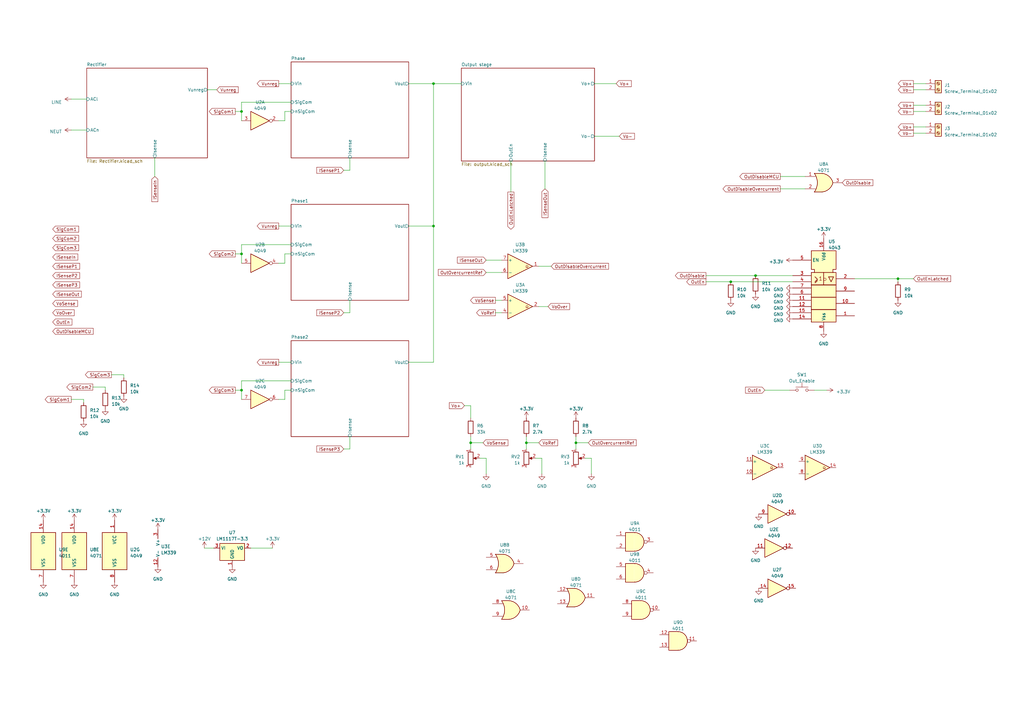
<source format=kicad_sch>
(kicad_sch (version 20230121) (generator eeschema)
  (paper "A3")
  (lib_symbols
    (symbol "4xxx:4011" (pin_names (offset 1.016))
      (property "Reference" "U" (at 0 1.27 0))
      (property "Value" "4011" (at 0 -1.27 0))
      (symbol "4011_1_1"
        (arc (start 0 -3.81) (mid 3.7934 0) (end 0 3.81) (stroke (width 0.254)) (fill (type background)))
        (polyline (pts (xy 0 3.81) (xy -3.81 3.81) (xy -3.81 -3.81) (xy 0 -3.81)) (stroke (width 0.254)) (fill (type background)))
        (pin input line (at -7.62 2.54 0) (length 3.81) (name "~") (number "1"))
        (pin input line (at -7.62 -2.54 0) (length 3.81) (name "~") (number "2"))
        (pin output inverted (at 7.62 0 180) (length 3.81) (name "~") (number "3"))
      )
      (symbol "4011_1_2"
        (arc (start -3.81 -3.81) (mid -2.589 0) (end -3.81 3.81) (stroke (width 0.254)))
        (arc (start -0.6096 -3.81) (mid 2.1842 -2.5851) (end 3.81 0) (stroke (width 0.254)) (fill (type background)))
        (polyline (pts (xy -3.81 -3.81) (xy -0.635 -3.81)) (stroke (width 0.254)) (fill (type background)))
        (polyline (pts (xy -3.81 3.81) (xy -0.635 3.81)) (stroke (width 0.254)) (fill (type background)))
        (polyline (pts (xy -0.635 3.81) (xy -3.81 3.81) (xy -3.81 3.81) (xy -3.556 3.4036) (xy -3.0226 2.2606) (xy -2.6924 1.0414) (xy -2.6162 -0.254) (xy -2.7686 -1.4986) (xy -3.175 -2.7178) (xy -3.81 -3.81) (xy -3.81 -3.81) (xy -0.635 -3.81)) (stroke (width -25.4)) (fill (type background)))
        (arc (start 3.81 0) (mid 2.1915 2.5936) (end -0.6096 3.81) (stroke (width 0.254)) (fill (type background)))
        (pin input inverted (at -7.62 2.54 0) (length 4.318) (name "~") (number "1"))
        (pin input inverted (at -7.62 -2.54 0) (length 4.318) (name "~") (number "2"))
        (pin output line (at 7.62 0 180) (length 3.81) (name "~") (number "3"))
      )
      (symbol "4011_2_1"
        (arc (start 0 -3.81) (mid 3.7934 0) (end 0 3.81) (stroke (width 0.254)) (fill (type background)))
        (polyline (pts (xy 0 3.81) (xy -3.81 3.81) (xy -3.81 -3.81) (xy 0 -3.81)) (stroke (width 0.254)) (fill (type background)))
        (pin output inverted (at 7.62 0 180) (length 3.81) (name "~") (number "4"))
        (pin input line (at -7.62 2.54 0) (length 3.81) (name "~") (number "5"))
        (pin input line (at -7.62 -2.54 0) (length 3.81) (name "~") (number "6"))
      )
      (symbol "4011_2_2"
        (arc (start -3.81 -3.81) (mid -2.589 0) (end -3.81 3.81) (stroke (width 0.254)))
        (arc (start -0.6096 -3.81) (mid 2.1842 -2.5851) (end 3.81 0) (stroke (width 0.254)) (fill (type background)))
        (polyline (pts (xy -3.81 -3.81) (xy -0.635 -3.81)) (stroke (width 0.254)) (fill (type background)))
        (polyline (pts (xy -3.81 3.81) (xy -0.635 3.81)) (stroke (width 0.254)) (fill (type background)))
        (polyline (pts (xy -0.635 3.81) (xy -3.81 3.81) (xy -3.81 3.81) (xy -3.556 3.4036) (xy -3.0226 2.2606) (xy -2.6924 1.0414) (xy -2.6162 -0.254) (xy -2.7686 -1.4986) (xy -3.175 -2.7178) (xy -3.81 -3.81) (xy -3.81 -3.81) (xy -0.635 -3.81)) (stroke (width -25.4)) (fill (type background)))
        (arc (start 3.81 0) (mid 2.1915 2.5936) (end -0.6096 3.81) (stroke (width 0.254)) (fill (type background)))
        (pin output line (at 7.62 0 180) (length 3.81) (name "~") (number "4"))
        (pin input inverted (at -7.62 2.54 0) (length 4.318) (name "~") (number "5"))
        (pin input inverted (at -7.62 -2.54 0) (length 4.318) (name "~") (number "6"))
      )
      (symbol "4011_3_1"
        (arc (start 0 -3.81) (mid 3.7934 0) (end 0 3.81) (stroke (width 0.254)) (fill (type background)))
        (polyline (pts (xy 0 3.81) (xy -3.81 3.81) (xy -3.81 -3.81) (xy 0 -3.81)) (stroke (width 0.254)) (fill (type background)))
        (pin output inverted (at 7.62 0 180) (length 3.81) (name "~") (number "10"))
        (pin input line (at -7.62 2.54 0) (length 3.81) (name "~") (number "8"))
        (pin input line (at -7.62 -2.54 0) (length 3.81) (name "~") (number "9"))
      )
      (symbol "4011_3_2"
        (arc (start -3.81 -3.81) (mid -2.589 0) (end -3.81 3.81) (stroke (width 0.254)))
        (arc (start -0.6096 -3.81) (mid 2.1842 -2.5851) (end 3.81 0) (stroke (width 0.254)) (fill (type background)))
        (polyline (pts (xy -3.81 -3.81) (xy -0.635 -3.81)) (stroke (width 0.254)) (fill (type background)))
        (polyline (pts (xy -3.81 3.81) (xy -0.635 3.81)) (stroke (width 0.254)) (fill (type background)))
        (polyline (pts (xy -0.635 3.81) (xy -3.81 3.81) (xy -3.81 3.81) (xy -3.556 3.4036) (xy -3.0226 2.2606) (xy -2.6924 1.0414) (xy -2.6162 -0.254) (xy -2.7686 -1.4986) (xy -3.175 -2.7178) (xy -3.81 -3.81) (xy -3.81 -3.81) (xy -0.635 -3.81)) (stroke (width -25.4)) (fill (type background)))
        (arc (start 3.81 0) (mid 2.1915 2.5936) (end -0.6096 3.81) (stroke (width 0.254)) (fill (type background)))
        (pin output line (at 7.62 0 180) (length 3.81) (name "~") (number "10"))
        (pin input inverted (at -7.62 2.54 0) (length 4.318) (name "~") (number "8"))
        (pin input inverted (at -7.62 -2.54 0) (length 4.318) (name "~") (number "9"))
      )
      (symbol "4011_4_1"
        (arc (start 0 -3.81) (mid 3.7934 0) (end 0 3.81) (stroke (width 0.254)) (fill (type background)))
        (polyline (pts (xy 0 3.81) (xy -3.81 3.81) (xy -3.81 -3.81) (xy 0 -3.81)) (stroke (width 0.254)) (fill (type background)))
        (pin output inverted (at 7.62 0 180) (length 3.81) (name "~") (number "11"))
        (pin input line (at -7.62 2.54 0) (length 3.81) (name "~") (number "12"))
        (pin input line (at -7.62 -2.54 0) (length 3.81) (name "~") (number "13"))
      )
      (symbol "4011_4_2"
        (arc (start -3.81 -3.81) (mid -2.589 0) (end -3.81 3.81) (stroke (width 0.254)))
        (arc (start -0.6096 -3.81) (mid 2.1842 -2.5851) (end 3.81 0) (stroke (width 0.254)) (fill (type background)))
        (polyline (pts (xy -3.81 -3.81) (xy -0.635 -3.81)) (stroke (width 0.254)) (fill (type background)))
        (polyline (pts (xy -3.81 3.81) (xy -0.635 3.81)) (stroke (width 0.254)) (fill (type background)))
        (polyline (pts (xy -0.635 3.81) (xy -3.81 3.81) (xy -3.81 3.81) (xy -3.556 3.4036) (xy -3.0226 2.2606) (xy -2.6924 1.0414) (xy -2.6162 -0.254) (xy -2.7686 -1.4986) (xy -3.175 -2.7178) (xy -3.81 -3.81) (xy -3.81 -3.81) (xy -0.635 -3.81)) (stroke (width -25.4)) (fill (type background)))
        (arc (start 3.81 0) (mid 2.1915 2.5936) (end -0.6096 3.81) (stroke (width 0.254)) (fill (type background)))
        (pin output line (at 7.62 0 180) (length 3.81) (name "~") (number "11"))
        (pin input inverted (at -7.62 2.54 0) (length 4.318) (name "~") (number "12"))
        (pin input inverted (at -7.62 -2.54 0) (length 4.318) (name "~") (number "13"))
      )
      (symbol "4011_5_0"
        (pin power_in line (at 0 12.7 270) (length 5.08) (name "VDD") (number "14"))
        (pin power_in line (at 0 -12.7 90) (length 5.08) (name "VSS") (number "7"))
      )
      (symbol "4011_5_1"
        (rectangle (start -5.08 7.62) (end 5.08 -7.62) (stroke (width 0.254)) (fill (type background)))
      )
    )
    (symbol "4xxx:4049" (pin_names (offset 1.016))
      (property "Reference" "U" (at 0 1.27 0))
      (property "Value" "4049" (at 0 -1.27 0))
      (symbol "4049_1_0"
        (polyline (pts (xy -3.81 3.81) (xy -3.81 -3.81) (xy 3.81 0) (xy -3.81 3.81)) (stroke (width 0.254)) (fill (type background)))
        (pin output inverted (at 7.62 0 180) (length 3.81) (name "~") (number "2"))
        (pin input line (at -7.62 0 0) (length 3.81) (name "~") (number "3"))
      )
      (symbol "4049_2_0"
        (polyline (pts (xy -3.81 3.81) (xy -3.81 -3.81) (xy 3.81 0) (xy -3.81 3.81)) (stroke (width 0.254)) (fill (type background)))
        (pin output inverted (at 7.62 0 180) (length 3.81) (name "~") (number "4"))
        (pin input line (at -7.62 0 0) (length 3.81) (name "~") (number "5"))
      )
      (symbol "4049_3_0"
        (polyline (pts (xy -3.81 3.81) (xy -3.81 -3.81) (xy 3.81 0) (xy -3.81 3.81)) (stroke (width 0.254)) (fill (type background)))
        (pin output inverted (at 7.62 0 180) (length 3.81) (name "~") (number "6"))
        (pin input line (at -7.62 0 0) (length 3.81) (name "~") (number "7"))
      )
      (symbol "4049_4_0"
        (polyline (pts (xy -3.81 3.81) (xy -3.81 -3.81) (xy 3.81 0) (xy -3.81 3.81)) (stroke (width 0.254)) (fill (type background)))
        (pin output inverted (at 7.62 0 180) (length 3.81) (name "~") (number "10"))
        (pin input line (at -7.62 0 0) (length 3.81) (name "~") (number "9"))
      )
      (symbol "4049_5_0"
        (polyline (pts (xy -3.81 3.81) (xy -3.81 -3.81) (xy 3.81 0) (xy -3.81 3.81)) (stroke (width 0.254)) (fill (type background)))
        (pin input line (at -7.62 0 0) (length 3.81) (name "~") (number "11"))
        (pin output inverted (at 7.62 0 180) (length 3.81) (name "~") (number "12"))
      )
      (symbol "4049_6_0"
        (polyline (pts (xy -3.81 3.81) (xy -3.81 -3.81) (xy 3.81 0) (xy -3.81 3.81)) (stroke (width 0.254)) (fill (type background)))
        (pin input line (at -7.62 0 0) (length 3.81) (name "~") (number "14"))
        (pin output inverted (at 7.62 0 180) (length 3.81) (name "~") (number "15"))
      )
      (symbol "4049_7_0"
        (pin power_in line (at 0 12.7 270) (length 5.08) (name "VCC") (number "1"))
        (pin power_in line (at 0 -12.7 90) (length 5.08) (name "VSS") (number "8"))
      )
      (symbol "4049_7_1"
        (rectangle (start -5.08 7.62) (end 5.08 -7.62) (stroke (width 0.254)) (fill (type background)))
      )
    )
    (symbol "4xxx:4071" (pin_names (offset 1.016))
      (property "Reference" "U" (at 0 1.27 0))
      (property "Value" "4071" (at 0 -1.27 0))
      (symbol "4071_1_1"
        (arc (start -3.81 -3.81) (mid -2.589 0) (end -3.81 3.81) (stroke (width 0.254)))
        (arc (start -0.6096 -3.81) (mid 2.1842 -2.5851) (end 3.81 0) (stroke (width 0.254)) (fill (type background)))
        (polyline (pts (xy -3.81 -3.81) (xy -0.635 -3.81)) (stroke (width 0.254)) (fill (type background)))
        (polyline (pts (xy -3.81 3.81) (xy -0.635 3.81)) (stroke (width 0.254)) (fill (type background)))
        (polyline (pts (xy -0.635 3.81) (xy -3.81 3.81) (xy -3.81 3.81) (xy -3.556 3.4036) (xy -3.0226 2.2606) (xy -2.6924 1.0414) (xy -2.6162 -0.254) (xy -2.7686 -1.4986) (xy -3.175 -2.7178) (xy -3.81 -3.81) (xy -3.81 -3.81) (xy -0.635 -3.81)) (stroke (width -25.4)) (fill (type background)))
        (arc (start 3.81 0) (mid 2.1915 2.5936) (end -0.6096 3.81) (stroke (width 0.254)) (fill (type background)))
        (pin input line (at -7.62 2.54 0) (length 4.318) (name "~") (number "1"))
        (pin input line (at -7.62 -2.54 0) (length 4.318) (name "~") (number "2"))
        (pin output line (at 7.62 0 180) (length 3.81) (name "~") (number "3"))
      )
      (symbol "4071_1_2"
        (arc (start 0 -3.81) (mid 3.7934 0) (end 0 3.81) (stroke (width 0.254)) (fill (type background)))
        (polyline (pts (xy 0 3.81) (xy -3.81 3.81) (xy -3.81 -3.81) (xy 0 -3.81)) (stroke (width 0.254)) (fill (type background)))
        (pin input inverted (at -7.62 2.54 0) (length 3.81) (name "~") (number "1"))
        (pin input inverted (at -7.62 -2.54 0) (length 3.81) (name "~") (number "2"))
        (pin output inverted (at 7.62 0 180) (length 3.81) (name "~") (number "3"))
      )
      (symbol "4071_2_1"
        (arc (start -3.81 -3.81) (mid -2.589 0) (end -3.81 3.81) (stroke (width 0.254)))
        (arc (start -0.6096 -3.81) (mid 2.1842 -2.5851) (end 3.81 0) (stroke (width 0.254)) (fill (type background)))
        (polyline (pts (xy -3.81 -3.81) (xy -0.635 -3.81)) (stroke (width 0.254)) (fill (type background)))
        (polyline (pts (xy -3.81 3.81) (xy -0.635 3.81)) (stroke (width 0.254)) (fill (type background)))
        (polyline (pts (xy -0.635 3.81) (xy -3.81 3.81) (xy -3.81 3.81) (xy -3.556 3.4036) (xy -3.0226 2.2606) (xy -2.6924 1.0414) (xy -2.6162 -0.254) (xy -2.7686 -1.4986) (xy -3.175 -2.7178) (xy -3.81 -3.81) (xy -3.81 -3.81) (xy -0.635 -3.81)) (stroke (width -25.4)) (fill (type background)))
        (arc (start 3.81 0) (mid 2.1915 2.5936) (end -0.6096 3.81) (stroke (width 0.254)) (fill (type background)))
        (pin output line (at 7.62 0 180) (length 3.81) (name "~") (number "4"))
        (pin input line (at -7.62 2.54 0) (length 4.318) (name "~") (number "5"))
        (pin input line (at -7.62 -2.54 0) (length 4.318) (name "~") (number "6"))
      )
      (symbol "4071_2_2"
        (arc (start 0 -3.81) (mid 3.7934 0) (end 0 3.81) (stroke (width 0.254)) (fill (type background)))
        (polyline (pts (xy 0 3.81) (xy -3.81 3.81) (xy -3.81 -3.81) (xy 0 -3.81)) (stroke (width 0.254)) (fill (type background)))
        (pin output inverted (at 7.62 0 180) (length 3.81) (name "~") (number "4"))
        (pin input inverted (at -7.62 2.54 0) (length 3.81) (name "~") (number "5"))
        (pin input inverted (at -7.62 -2.54 0) (length 3.81) (name "~") (number "6"))
      )
      (symbol "4071_3_1"
        (arc (start -3.81 -3.81) (mid -2.589 0) (end -3.81 3.81) (stroke (width 0.254)))
        (arc (start -0.6096 -3.81) (mid 2.1842 -2.5851) (end 3.81 0) (stroke (width 0.254)) (fill (type background)))
        (polyline (pts (xy -3.81 -3.81) (xy -0.635 -3.81)) (stroke (width 0.254)) (fill (type background)))
        (polyline (pts (xy -3.81 3.81) (xy -0.635 3.81)) (stroke (width 0.254)) (fill (type background)))
        (polyline (pts (xy -0.635 3.81) (xy -3.81 3.81) (xy -3.81 3.81) (xy -3.556 3.4036) (xy -3.0226 2.2606) (xy -2.6924 1.0414) (xy -2.6162 -0.254) (xy -2.7686 -1.4986) (xy -3.175 -2.7178) (xy -3.81 -3.81) (xy -3.81 -3.81) (xy -0.635 -3.81)) (stroke (width -25.4)) (fill (type background)))
        (arc (start 3.81 0) (mid 2.1915 2.5936) (end -0.6096 3.81) (stroke (width 0.254)) (fill (type background)))
        (pin output line (at 7.62 0 180) (length 3.81) (name "~") (number "10"))
        (pin input line (at -7.62 2.54 0) (length 4.318) (name "~") (number "8"))
        (pin input line (at -7.62 -2.54 0) (length 4.318) (name "~") (number "9"))
      )
      (symbol "4071_3_2"
        (arc (start 0 -3.81) (mid 3.7934 0) (end 0 3.81) (stroke (width 0.254)) (fill (type background)))
        (polyline (pts (xy 0 3.81) (xy -3.81 3.81) (xy -3.81 -3.81) (xy 0 -3.81)) (stroke (width 0.254)) (fill (type background)))
        (pin output inverted (at 7.62 0 180) (length 3.81) (name "~") (number "10"))
        (pin input inverted (at -7.62 2.54 0) (length 3.81) (name "~") (number "8"))
        (pin input inverted (at -7.62 -2.54 0) (length 3.81) (name "~") (number "9"))
      )
      (symbol "4071_4_1"
        (arc (start -3.81 -3.81) (mid -2.589 0) (end -3.81 3.81) (stroke (width 0.254)))
        (arc (start -0.6096 -3.81) (mid 2.1842 -2.5851) (end 3.81 0) (stroke (width 0.254)) (fill (type background)))
        (polyline (pts (xy -3.81 -3.81) (xy -0.635 -3.81)) (stroke (width 0.254)) (fill (type background)))
        (polyline (pts (xy -3.81 3.81) (xy -0.635 3.81)) (stroke (width 0.254)) (fill (type background)))
        (polyline (pts (xy -0.635 3.81) (xy -3.81 3.81) (xy -3.81 3.81) (xy -3.556 3.4036) (xy -3.0226 2.2606) (xy -2.6924 1.0414) (xy -2.6162 -0.254) (xy -2.7686 -1.4986) (xy -3.175 -2.7178) (xy -3.81 -3.81) (xy -3.81 -3.81) (xy -0.635 -3.81)) (stroke (width -25.4)) (fill (type background)))
        (arc (start 3.81 0) (mid 2.1915 2.5936) (end -0.6096 3.81) (stroke (width 0.254)) (fill (type background)))
        (pin output line (at 7.62 0 180) (length 3.81) (name "~") (number "11"))
        (pin input line (at -7.62 2.54 0) (length 4.318) (name "~") (number "12"))
        (pin input line (at -7.62 -2.54 0) (length 4.318) (name "~") (number "13"))
      )
      (symbol "4071_4_2"
        (arc (start 0 -3.81) (mid 3.7934 0) (end 0 3.81) (stroke (width 0.254)) (fill (type background)))
        (polyline (pts (xy 0 3.81) (xy -3.81 3.81) (xy -3.81 -3.81) (xy 0 -3.81)) (stroke (width 0.254)) (fill (type background)))
        (pin output inverted (at 7.62 0 180) (length 3.81) (name "~") (number "11"))
        (pin input inverted (at -7.62 2.54 0) (length 3.81) (name "~") (number "12"))
        (pin input inverted (at -7.62 -2.54 0) (length 3.81) (name "~") (number "13"))
      )
      (symbol "4071_5_0"
        (pin power_in line (at 0 12.7 270) (length 5.08) (name "VDD") (number "14"))
        (pin power_in line (at 0 -12.7 90) (length 5.08) (name "VSS") (number "7"))
      )
      (symbol "4071_5_1"
        (rectangle (start -5.08 7.62) (end 5.08 -7.62) (stroke (width 0.254)) (fill (type background)))
      )
    )
    (symbol "4xxx_IEEE:4043"
      (property "Reference" "U" (at 6.35 12.7 0))
      (property "Value" "4043" (at 7.62 -20.32 0))
      (symbol "4043_0_0"
        (rectangle (start -5.08 -13.97) (end 5.08 -19.05) (stroke (width 0.254)) (fill (type background)))
        (rectangle (start -5.08 -8.89) (end 5.08 -13.97) (stroke (width 0.254)) (fill (type background)))
        (rectangle (start -5.08 -3.81) (end 5.08 -8.89) (stroke (width 0.254)) (fill (type background)))
        (rectangle (start -5.08 1.27) (end 5.08 -3.81) (stroke (width 0.254)) (fill (type background)))
        (polyline (pts (xy -3.556 -3.048) (xy -2.54 -2.032) (xy -2.54 -2.032)) (stroke (width 0.254)) (fill (type background)))
        (polyline (pts (xy 0 1.27) (xy 0 -3.81) (xy 0 -3.81)) (stroke (width 0.254)) (fill (type background)))
        (polyline (pts (xy -3.556 -0.508) (xy -2.54 -1.524) (xy -3.556 -2.54) (xy -3.556 -2.54)) (stroke (width 0.254)) (fill (type background)))
        (polyline (pts (xy 2.032 -0.508) (xy 3.048 -2.54) (xy 4.064 -0.508) (xy 2.032 -0.508) (xy 2.032 -0.508)) (stroke (width 0.254)) (fill (type background)))
        (polyline (pts (xy -3.81 1.27) (xy -3.81 2.54) (xy -5.08 2.54) (xy -5.08 10.16) (xy 5.08 10.16) (xy 5.08 2.54) (xy 3.81 2.54) (xy 3.81 1.27) (xy 3.81 1.27)) (stroke (width 0.254)) (fill (type background)))
        (circle (center 0.508 -1.524) (radius 0.508))
        (text "1" (at -1.27 -1.27 0) (effects (font (size 1.524 1.524))))
      )
      (symbol "4043_1_0"
        (pin output line (at 12.7 -16.51 180) (length 7.62) (name "~") (number "1"))
        (pin output line (at 12.7 -11.43 180) (length 7.62) (name "~") (number "10"))
        (pin input line (at -12.7 -10.16 0) (length 7.62) (name "~") (number "11"))
        (pin input line (at -12.7 -12.7 0) (length 7.62) (name "~") (number "12"))
        (pin input line (at -12.7 -17.78 0) (length 7.62) (name "~") (number "14"))
        (pin input line (at -12.7 -15.24 0) (length 7.62) (name "~") (number "15"))
        (pin power_in line (at 0 15.24 270) (length 5.08) (name "Vdd") (number "16"))
        (pin output line (at 12.7 -1.27 180) (length 7.62) (name "~") (number "2"))
        (pin input line (at -12.7 0 0) (length 7.62) (name "~") (number "3"))
        (pin input line (at -12.7 -2.54 0) (length 7.62) (name "~") (number "4"))
        (pin input line (at -12.7 6.35 0) (length 7.62) (name "EN") (number "5"))
        (pin input line (at -12.7 -7.62 0) (length 7.62) (name "~") (number "6"))
        (pin input line (at -12.7 -5.08 0) (length 7.62) (name "~") (number "7"))
        (pin power_in line (at 0 -22.86 90) (length 3.81) (name "Vss") (number "8"))
        (pin output line (at 12.7 -6.35 180) (length 7.62) (name "~") (number "9"))
      )
    )
    (symbol "Comparator:LM339" (pin_names (offset 0.127))
      (property "Reference" "U" (at 0 5.08 0))
      (property "Value" "LM339" (at 0 -5.08 0))
      (symbol "LM339_1_1"
        (polyline (pts (xy -5.08 5.08) (xy 5.08 0) (xy -5.08 -5.08) (xy -5.08 5.08)) (stroke (width 0.254)) (fill (type background)))
        (polyline (pts (xy 3.302 -0.508) (xy 2.794 -0.508) (xy 3.302 0) (xy 2.794 0.508) (xy 2.286 0) (xy 2.794 -0.508) (xy 2.286 -0.508)) (stroke (width 0.127)))
        (pin open_collector line (at 7.62 0 180) (length 2.54) (name "~") (number "2"))
        (pin input line (at -7.62 -2.54 0) (length 2.54) (name "-") (number "4"))
        (pin input line (at -7.62 2.54 0) (length 2.54) (name "+") (number "5"))
      )
      (symbol "LM339_2_1"
        (polyline (pts (xy -5.08 5.08) (xy 5.08 0) (xy -5.08 -5.08) (xy -5.08 5.08)) (stroke (width 0.254)) (fill (type background)))
        (polyline (pts (xy 3.302 -0.508) (xy 2.794 -0.508) (xy 3.302 0) (xy 2.794 0.508) (xy 2.286 0) (xy 2.794 -0.508) (xy 2.286 -0.508)) (stroke (width 0.127)))
        (pin open_collector line (at 7.62 0 180) (length 2.54) (name "~") (number "1"))
        (pin input line (at -7.62 -2.54 0) (length 2.54) (name "-") (number "6"))
        (pin input line (at -7.62 2.54 0) (length 2.54) (name "+") (number "7"))
      )
      (symbol "LM339_3_1"
        (polyline (pts (xy -5.08 5.08) (xy 5.08 0) (xy -5.08 -5.08) (xy -5.08 5.08)) (stroke (width 0.254)) (fill (type background)))
        (polyline (pts (xy 3.302 -0.508) (xy 2.794 -0.508) (xy 3.302 0) (xy 2.794 0.508) (xy 2.286 0) (xy 2.794 -0.508) (xy 2.286 -0.508)) (stroke (width 0.127)))
        (pin input line (at -7.62 -2.54 0) (length 2.54) (name "-") (number "10"))
        (pin input line (at -7.62 2.54 0) (length 2.54) (name "+") (number "11"))
        (pin open_collector line (at 7.62 0 180) (length 2.54) (name "~") (number "13"))
      )
      (symbol "LM339_4_1"
        (polyline (pts (xy -5.08 5.08) (xy 5.08 0) (xy -5.08 -5.08) (xy -5.08 5.08)) (stroke (width 0.254)) (fill (type background)))
        (polyline (pts (xy 3.302 -0.508) (xy 2.794 -0.508) (xy 3.302 0) (xy 2.794 0.508) (xy 2.286 0) (xy 2.794 -0.508) (xy 2.286 -0.508)) (stroke (width 0.127)))
        (pin open_collector line (at 7.62 0 180) (length 2.54) (name "~") (number "14"))
        (pin input line (at -7.62 -2.54 0) (length 2.54) (name "-") (number "8"))
        (pin input line (at -7.62 2.54 0) (length 2.54) (name "+") (number "9"))
      )
      (symbol "LM339_5_1"
        (pin power_in line (at -2.54 -7.62 90) (length 3.81) (name "V-") (number "12"))
        (pin power_in line (at -2.54 7.62 270) (length 3.81) (name "V+") (number "3"))
      )
    )
    (symbol "Connector:Screw_Terminal_01x02" (pin_names (offset 1.016) hide)
      (property "Reference" "J" (at 0 2.54 0))
      (property "Value" "Screw_Terminal_01x02" (at 0 -5.08 0))
      (symbol "Screw_Terminal_01x02_1_1"
        (rectangle (start -1.27 1.27) (end 1.27 -3.81) (stroke (width 0.254)) (fill (type background)))
        (circle (center 0 -2.54) (radius 0.635) (stroke (width 0.1524)))
        (polyline (pts (xy -0.5334 -2.2098) (xy 0.3302 -3.048)) (stroke (width 0.1524)))
        (polyline (pts (xy -0.5334 0.3302) (xy 0.3302 -0.508)) (stroke (width 0.1524)))
        (polyline (pts (xy -0.3556 -2.032) (xy 0.508 -2.8702)) (stroke (width 0.1524)))
        (polyline (pts (xy -0.3556 0.508) (xy 0.508 -0.3302)) (stroke (width 0.1524)))
        (circle (center 0 0) (radius 0.635) (stroke (width 0.1524)))
        (pin passive line (at -5.08 0 0) (length 3.81) (name "Pin_1") (number "1"))
        (pin passive line (at -5.08 -2.54 0) (length 3.81) (name "Pin_2") (number "2"))
      )
    )
    (symbol "Device:R" (pin_numbers hide) (pin_names (offset 0))
      (property "Reference" "R" (at 2.032 0 90))
      (property "Value" "R" (at 0 0 90))
      (symbol "R_0_1"
        (rectangle (start -1.016 -2.54) (end 1.016 2.54) (stroke (width 0.254)))
      )
      (symbol "R_1_1"
        (pin passive line (at 0 3.81 270) (length 1.27) (name "~") (number "1"))
        (pin passive line (at 0 -3.81 90) (length 1.27) (name "~") (number "2"))
      )
    )
    (symbol "Device:R_Potentiometer" (pin_names (offset 1.016) hide)
      (property "Reference" "RV" (at -4.445 0 90))
      (property "Value" "R_Potentiometer" (at -2.54 0 90))
      (symbol "R_Potentiometer_0_1"
        (polyline (pts (xy 2.54 0) (xy 1.524 0)))
        (polyline (pts (xy 1.143 0) (xy 2.286 0.508) (xy 2.286 -0.508) (xy 1.143 0)) (fill (type outline)))
        (rectangle (start 1.016 2.54) (end -1.016 -2.54) (stroke (width 0.254)))
      )
      (symbol "R_Potentiometer_1_1"
        (pin passive line (at 0 3.81 270) (length 1.27) (name "1") (number "1"))
        (pin passive line (at 3.81 0 180) (length 1.27) (name "2") (number "2"))
        (pin passive line (at 0 -3.81 90) (length 1.27) (name "3") (number "3"))
      )
    )
    (symbol "Regulator_Linear:LM1117T-3.3"
      (property "Reference" "U" (at -3.81 3.175 0))
      (property "Value" "LM1117T-3.3" (at 0 3.175 0))
      (symbol "LM1117T-3.3_0_1"
        (rectangle (start -5.08 -5.08) (end 5.08 1.905) (stroke (width 0.254)) (fill (type background)))
      )
      (symbol "LM1117T-3.3_1_1"
        (pin power_in line (at 0 -7.62 90) (length 2.54) (name "GND") (number "1"))
        (pin power_out line (at 7.62 0 180) (length 2.54) (name "VO") (number "2"))
        (pin power_in line (at -7.62 0 0) (length 2.54) (name "VI") (number "3"))
      )
    )
    (symbol "Switch:SW_Push" (pin_numbers hide) (pin_names (offset 1.016) hide)
      (property "Reference" "SW" (at 1.27 2.54 0))
      (property "Value" "SW_Push" (at 0 -1.524 0))
      (symbol "SW_Push_0_1"
        (circle (center -2.032 0) (radius 0.508))
        (polyline (pts (xy 0 1.27) (xy 0 3.048)))
        (polyline (pts (xy 2.54 1.27) (xy -2.54 1.27)))
        (circle (center 2.032 0) (radius 0.508))
        (pin passive line (at -5.08 0 0) (length 2.54) (name "1") (number "1"))
        (pin passive line (at 5.08 0 180) (length 2.54) (name "2") (number "2"))
      )
    )
    (symbol "power:+12V" (power) (pin_names (offset 0))
      (property "Value" "+12V" (at 0 3.556 0))
      (symbol "+12V_0_1"
        (polyline (pts (xy -0.762 1.27) (xy 0 2.54)))
        (polyline (pts (xy 0 0) (xy 0 2.54)))
        (polyline (pts (xy 0 2.54) (xy 0.762 1.27)))
      )
      (symbol "+12V_1_1"
        (pin power_in line (at 0 0 90) (length 0) hide (name "+12V") (number "1"))
      )
    )
    (symbol "power:+3.3V" (power) (pin_names (offset 0))
      (property "Value" "+3.3V" (at 0 3.556 0))
      (symbol "+3.3V_0_1"
        (polyline (pts (xy -0.762 1.27) (xy 0 2.54)))
        (polyline (pts (xy 0 0) (xy 0 2.54)))
        (polyline (pts (xy 0 2.54) (xy 0.762 1.27)))
      )
      (symbol "+3.3V_1_1"
        (pin power_in line (at 0 0 90) (length 0) hide (name "+3.3V") (number "1"))
      )
    )
    (symbol "power:GND" (power) (pin_names (offset 0))
      (property "Value" "GND" (at 0 -3.81 0))
      (symbol "GND_0_1"
        (polyline (pts (xy 0 0) (xy 0 -1.27) (xy 1.27 -1.27) (xy 0 -2.54) (xy -1.27 -1.27) (xy 0 -1.27)))
      )
      (symbol "GND_1_1"
        (pin power_in line (at 0 0 270) (length 0) hide (name "GND") (number "1"))
      )
    )
    (symbol "power:LINE" (power) (pin_names (offset 0))
      (property "Value" "LINE" (at 0 3.81 0))
      (symbol "LINE_0_1"
        (polyline (pts (xy -0.762 1.27) (xy 0 2.54)))
        (polyline (pts (xy 0 0) (xy 0 2.54)))
        (polyline (pts (xy 0 2.54) (xy 0.762 1.27)))
      )
      (symbol "LINE_1_1"
        (pin power_in line (at 0 0 90) (length 0) hide (name "LINE") (number "1"))
      )
    )
    (symbol "power:NEUT" (power) (pin_names (offset 0))
      (property "Value" "NEUT" (at 0 3.81 0))
      (symbol "NEUT_0_1"
        (polyline (pts (xy -0.762 1.27) (xy 0 2.54)))
        (polyline (pts (xy 0 0) (xy 0 2.54)))
        (polyline (pts (xy 0 2.54) (xy 0.762 1.27)))
      )
      (symbol "NEUT_1_1"
        (pin power_in line (at 0 0 90) (length 0) hide (name "NEUT") (number "1"))
      )
    )
  )
  (junction (at 99.06 104.14))
  (junction (at 99.06 45.72))
  (junction (at 99.06 160.02))
  (junction (at 368.3 114.3))
  (junction (at 236.22 181.61))
  (junction (at 177.8 92.71))
  (junction (at 309.88 113.03))
  (junction (at 299.72 115.57))
  (junction (at 177.8 34.29))
  (junction (at 215.9 181.61))
  (junction (at 193.04 181.61))
  (wire (pts (xy 289.56 115.57) (xy 299.72 115.57)))
  (wire (pts (xy 99.06 45.72) (xy 99.06 41.91)))
  (wire (pts (xy 190.5 166.37) (xy 193.04 166.37)))
  (wire (pts (xy 29.21 53.34) (xy 35.56 53.34)))
  (wire (pts (xy 374.65 54.61) (xy 379.73 54.61)))
  (wire (pts (xy 223.52 66.04) (xy 223.52 77.47)))
  (wire (pts (xy 243.84 55.88) (xy 254 55.88)))
  (wire (pts (xy 143.51 128.27) (xy 143.51 123.19)))
  (wire (pts (xy 140.97 128.27) (xy 143.51 128.27)))
  (wire (pts (xy 167.64 92.71) (xy 177.8 92.71)))
  (wire (pts (xy 193.04 179.07) (xy 193.04 181.61)))
  (wire (pts (xy 199.39 187.96) (xy 196.85 187.96)))
  (wire (pts (xy 320.04 77.47) (xy 330.2 77.47)))
  (wire (pts (xy 85.09 36.83) (xy 88.9 36.83)))
  (wire (pts (xy 167.64 148.59) (xy 177.8 148.59)))
  (wire (pts (xy 167.64 34.29) (xy 177.8 34.29)))
  (wire (pts (xy 339.09 160.02) (xy 334.01 160.02)))
  (wire (pts (xy 203.2 128.27) (xy 205.74 128.27)))
  (wire (pts (xy 199.39 106.68) (xy 205.74 106.68)))
  (wire (pts (xy 368.3 114.3) (xy 374.65 114.3)))
  (wire (pts (xy 193.04 181.61) (xy 198.12 181.61)))
  (wire (pts (xy 374.65 45.72) (xy 379.73 45.72)))
  (wire (pts (xy 320.04 72.39) (xy 330.2 72.39)))
  (wire (pts (xy 114.3 49.53) (xy 116.84 49.53)))
  (wire (pts (xy 177.8 34.29) (xy 189.23 34.29)))
  (wire (pts (xy 140.97 69.85) (xy 143.51 69.85)))
  (wire (pts (xy 243.84 34.29) (xy 252.73 34.29)))
  (wire (pts (xy 374.65 52.07) (xy 379.73 52.07)))
  (wire (pts (xy 193.04 181.61) (xy 193.04 184.15)))
  (wire (pts (xy 299.72 115.57) (xy 325.12 115.57)))
  (wire (pts (xy 114.3 107.95) (xy 116.84 107.95)))
  (wire (pts (xy 50.8 153.67) (xy 50.8 154.94)))
  (wire (pts (xy 199.39 111.76) (xy 205.74 111.76)))
  (wire (pts (xy 140.97 184.15) (xy 143.51 184.15)))
  (wire (pts (xy 43.18 158.75) (xy 43.18 160.02)))
  (wire (pts (xy 199.39 194.31) (xy 199.39 187.96)))
  (wire (pts (xy 99.06 163.83) (xy 99.06 160.02)))
  (wire (pts (xy 215.9 181.61) (xy 220.98 181.61)))
  (wire (pts (xy 99.06 160.02) (xy 99.06 156.21)))
  (wire (pts (xy 114.3 92.71) (xy 119.38 92.71)))
  (wire (pts (xy 99.06 107.95) (xy 99.06 104.14)))
  (wire (pts (xy 116.84 104.14) (xy 119.38 104.14)))
  (wire (pts (xy 116.84 107.95) (xy 116.84 104.14)))
  (wire (pts (xy 99.06 100.33) (xy 119.38 100.33)))
  (wire (pts (xy 220.98 109.22) (xy 226.06 109.22)))
  (wire (pts (xy 96.52 160.02) (xy 99.06 160.02)))
  (wire (pts (xy 242.57 194.31) (xy 242.57 187.96)))
  (wire (pts (xy 116.84 163.83) (xy 116.84 160.02)))
  (wire (pts (xy 236.22 179.07) (xy 236.22 181.61)))
  (wire (pts (xy 236.22 181.61) (xy 236.22 184.15)))
  (wire (pts (xy 236.22 181.61) (xy 241.3 181.61)))
  (wire (pts (xy 99.06 41.91) (xy 119.38 41.91)))
  (wire (pts (xy 83.82 224.79) (xy 87.63 224.79)))
  (wire (pts (xy 29.21 163.83) (xy 34.29 163.83)))
  (wire (pts (xy 116.84 45.72) (xy 119.38 45.72)))
  (wire (pts (xy 368.3 115.57) (xy 368.3 114.3)))
  (wire (pts (xy 309.88 113.03) (xy 325.12 113.03)))
  (wire (pts (xy 102.87 224.79) (xy 111.76 224.79)))
  (wire (pts (xy 114.3 163.83) (xy 116.84 163.83)))
  (wire (pts (xy 116.84 49.53) (xy 116.84 45.72)))
  (wire (pts (xy 143.51 184.15) (xy 143.51 179.07)))
  (wire (pts (xy 374.65 43.18) (xy 379.73 43.18)))
  (wire (pts (xy 114.3 148.59) (xy 119.38 148.59)))
  (wire (pts (xy 96.52 104.14) (xy 99.06 104.14)))
  (wire (pts (xy 177.8 92.71) (xy 177.8 34.29)))
  (wire (pts (xy 222.25 187.96) (xy 219.71 187.96)))
  (wire (pts (xy 99.06 156.21) (xy 119.38 156.21)))
  (wire (pts (xy 242.57 187.96) (xy 240.03 187.96)))
  (wire (pts (xy 222.25 194.31) (xy 222.25 187.96)))
  (wire (pts (xy 38.1 158.75) (xy 43.18 158.75)))
  (wire (pts (xy 34.29 163.83) (xy 34.29 165.1)))
  (wire (pts (xy 374.65 36.83) (xy 379.73 36.83)))
  (wire (pts (xy 203.2 123.19) (xy 205.74 123.19)))
  (wire (pts (xy 96.52 45.72) (xy 99.06 45.72)))
  (wire (pts (xy 143.51 69.85) (xy 143.51 64.77)))
  (wire (pts (xy 374.65 34.29) (xy 379.73 34.29)))
  (wire (pts (xy 350.52 114.3) (xy 368.3 114.3)))
  (wire (pts (xy 114.3 34.29) (xy 119.38 34.29)))
  (wire (pts (xy 193.04 166.37) (xy 193.04 171.45)))
  (wire (pts (xy 99.06 104.14) (xy 99.06 100.33)))
  (wire (pts (xy 289.56 113.03) (xy 309.88 113.03)))
  (wire (pts (xy 63.5 64.77) (xy 63.5 72.39)))
  (wire (pts (xy 215.9 179.07) (xy 215.9 181.61)))
  (wire (pts (xy 224.79 125.73) (xy 220.98 125.73)))
  (wire (pts (xy 177.8 148.59) (xy 177.8 92.71)))
  (wire (pts (xy 116.84 160.02) (xy 119.38 160.02)))
  (wire (pts (xy 209.55 66.04) (xy 209.55 78.74)))
  (wire (pts (xy 29.21 40.64) (xy 35.56 40.64)))
  (wire (pts (xy 99.06 49.53) (xy 99.06 45.72)))
  (wire (pts (xy 45.72 153.67) (xy 50.8 153.67)))
  (wire (pts (xy 215.9 181.61) (xy 215.9 184.15)))
  (wire (pts (xy 313.69 160.02) (xy 323.85 160.02)))
  (global_label "ISenseP3" (shape input) (at 140.97 184.15 180) (property "Intersheetrefs" "${INTERSHEET_REFS}" (effects hide)))
  (global_label "OutDisableOvercurrent" (shape output) (at 320.04 77.47 180) (property "Intersheetrefs" "${INTERSHEET_REFS}" (effects hide)))
  (global_label "VoOver" (shape input) (at 21.59 128.27 0) (property "Intersheetrefs" "${INTERSHEET_REFS}" (effects hide)))
  (global_label "SigCom2" (shape output) (at 96.52 104.14 180) (property "Intersheetrefs" "${INTERSHEET_REFS}" (effects hide)))
  (global_label "Vunreg" (shape output) (at 114.3 92.71 180) (property "Intersheetrefs" "${INTERSHEET_REFS}" (effects hide)))
  (global_label "OutEn" (shape output) (at 289.56 115.57 180) (property "Intersheetrefs" "${INTERSHEET_REFS}" (effects hide)))
  (global_label "OutDisable" (shape input) (at 345.44 74.93 0) (property "Intersheetrefs" "${INTERSHEET_REFS}" (effects hide)))
  (global_label "VoRef" (shape output) (at 203.2 128.27 180) (property "Intersheetrefs" "${INTERSHEET_REFS}" (effects hide)))
  (global_label "SigCom1" (shape output) (at 96.52 45.72 180) (property "Intersheetrefs" "${INTERSHEET_REFS}" (effects hide)))
  (global_label "VoSense" (shape input) (at 198.12 181.61 0) (property "Intersheetrefs" "${INTERSHEET_REFS}" (effects hide)))
  (global_label "OutOvercurrentRef" (shape input) (at 199.39 111.76 180) (property "Intersheetrefs" "${INTERSHEET_REFS}" (effects hide)))
  (global_label "OutDisableOvercurrent" (shape input) (at 226.06 109.22 0) (property "Intersheetrefs" "${INTERSHEET_REFS}" (effects hide)))
  (global_label "VoOver" (shape input) (at 224.79 125.73 0) (property "Intersheetrefs" "${INTERSHEET_REFS}" (effects hide)))
  (global_label "OutEnLatched" (shape input) (at 374.65 114.3 0) (property "Intersheetrefs" "${INTERSHEET_REFS}" (effects hide)))
  (global_label "ISenseP2" (shape input) (at 140.97 128.27 180) (property "Intersheetrefs" "${INTERSHEET_REFS}" (effects hide)))
  (global_label "Vo+" (shape output) (at 374.65 43.18 180) (property "Intersheetrefs" "${INTERSHEET_REFS}" (effects hide)))
  (global_label "Vunreg" (shape output) (at 114.3 34.29 180) (property "Intersheetrefs" "${INTERSHEET_REFS}" (effects hide)))
  (global_label "OutEn" (shape input) (at 21.59 132.08 0) (property "Intersheetrefs" "${INTERSHEET_REFS}" (effects hide)))
  (global_label "Vunreg" (shape output) (at 114.3 148.59 180) (property "Intersheetrefs" "${INTERSHEET_REFS}" (effects hide)))
  (global_label "SigCom1" (shape input) (at 21.59 93.98 0) (property "Intersheetrefs" "${INTERSHEET_REFS}" (effects hide)))
  (global_label "ISenseIn" (shape input) (at 21.59 105.41 0) (property "Intersheetrefs" "${INTERSHEET_REFS}" (effects hide)))
  (global_label "VoRef" (shape input) (at 220.98 181.61 0) (property "Intersheetrefs" "${INTERSHEET_REFS}" (effects hide)))
  (global_label "Vunreg" (shape input) (at 88.9 36.83 0) (property "Intersheetrefs" "${INTERSHEET_REFS}" (effects hide)))
  (global_label "ISenseOut" (shape input) (at 223.52 77.47 270) (property "Intersheetrefs" "${INTERSHEET_REFS}" (effects hide)))
  (global_label "SigCom2" (shape output) (at 38.1 158.75 180) (property "Intersheetrefs" "${INTERSHEET_REFS}" (effects hide)))
  (global_label "ISenseP2" (shape input) (at 21.59 113.03 0) (property "Intersheetrefs" "${INTERSHEET_REFS}" (effects hide)))
  (global_label "ISenseP1" (shape input) (at 140.97 69.85 180) (property "Intersheetrefs" "${INTERSHEET_REFS}" (effects hide)))
  (global_label "Vo-" (shape output) (at 374.65 45.72 180) (property "Intersheetrefs" "${INTERSHEET_REFS}" (effects hide)))
  (global_label "OutEnLatched" (shape output) (at 209.55 78.74 270) (property "Intersheetrefs" "${INTERSHEET_REFS}" (effects hide)))
  (global_label "OutDisable" (shape output) (at 289.56 113.03 180) (property "Intersheetrefs" "${INTERSHEET_REFS}" (effects hide)))
  (global_label "Vo-" (shape input) (at 254 55.88 0) (property "Intersheetrefs" "${INTERSHEET_REFS}" (effects hide)))
  (global_label "ISenseIn" (shape input) (at 63.5 72.39 270) (property "Intersheetrefs" "${INTERSHEET_REFS}" (effects hide)))
  (global_label "Vo+" (shape input) (at 252.73 34.29 0) (property "Intersheetrefs" "${INTERSHEET_REFS}" (effects hide)))
  (global_label "OutDisableMCU" (shape output) (at 320.04 72.39 180) (property "Intersheetrefs" "${INTERSHEET_REFS}" (effects hide)))
  (global_label "SigCom3" (shape input) (at 21.59 101.6 0) (property "Intersheetrefs" "${INTERSHEET_REFS}" (effects hide)))
  (global_label "Vo+" (shape input) (at 190.5 166.37 180) (property "Intersheetrefs" "${INTERSHEET_REFS}" (effects hide)))
  (global_label "VoSense" (shape input) (at 21.59 124.46 0) (property "Intersheetrefs" "${INTERSHEET_REFS}" (effects hide)))
  (global_label "Vo+" (shape output) (at 374.65 52.07 180) (property "Intersheetrefs" "${INTERSHEET_REFS}" (effects hide)))
  (global_label "ISenseOut" (shape input) (at 21.59 120.65 0) (property "Intersheetrefs" "${INTERSHEET_REFS}" (effects hide)))
  (global_label "SigCom2" (shape input) (at 21.59 97.79 0) (property "Intersheetrefs" "${INTERSHEET_REFS}" (effects hide)))
  (global_label "ISenseOut" (shape input) (at 199.39 106.68 180) (property "Intersheetrefs" "${INTERSHEET_REFS}" (effects hide)))
  (global_label "Vo+" (shape output) (at 374.65 34.29 180) (property "Intersheetrefs" "${INTERSHEET_REFS}" (effects hide)))
  (global_label "SigCom3" (shape output) (at 45.72 153.67 180) (property "Intersheetrefs" "${INTERSHEET_REFS}" (effects hide)))
  (global_label "Vo-" (shape output) (at 374.65 54.61 180) (property "Intersheetrefs" "${INTERSHEET_REFS}" (effects hide)))
  (global_label "SigCom3" (shape output) (at 96.52 160.02 180) (property "Intersheetrefs" "${INTERSHEET_REFS}" (effects hide)))
  (global_label "OutDisableMCU" (shape input) (at 21.59 135.89 0) (property "Intersheetrefs" "${INTERSHEET_REFS}" (effects hide)))
  (global_label "VoSense" (shape output) (at 203.2 123.19 180) (property "Intersheetrefs" "${INTERSHEET_REFS}" (effects hide)))
  (global_label "ISenseP1" (shape input) (at 21.59 109.22 0) (property "Intersheetrefs" "${INTERSHEET_REFS}" (effects hide)))
  (global_label "OutEn" (shape input) (at 313.69 160.02 180) (property "Intersheetrefs" "${INTERSHEET_REFS}" (effects hide)))
  (global_label "OutOvercurrentRef" (shape input) (at 241.3 181.61 0) (property "Intersheetrefs" "${INTERSHEET_REFS}" (effects hide)))
  (global_label "SigCom1" (shape output) (at 29.21 163.83 180) (property "Intersheetrefs" "${INTERSHEET_REFS}" (effects hide)))
  (global_label "Vo-" (shape output) (at 374.65 36.83 180) (property "Intersheetrefs" "${INTERSHEET_REFS}" (effects hide)))
  (global_label "ISenseP3" (shape input) (at 21.59 116.84 0) (property "Intersheetrefs" "${INTERSHEET_REFS}" (effects hide)))
  (symbol (lib_id "power:GND") (at 325.12 128.27 270) (unit 1)
    (property "Reference" "#PWR041" (effects hide))
    (property "Value" "GND" (at 321.31 128.905 90) (effects (justify right)))
  )
  (symbol (lib_id "power:GND") (at 337.82 135.89 0) (unit 1)
    (property "Reference" "#PWR034" (effects hide))
    (property "Value" "GND" (at 337.82 140.97 0))
  )
  (symbol (lib_id "Regulator_Linear:LM1117T-3.3") (at 95.25 224.79 0) (unit 1)
    (property "Reference" "U7" (at 95.25 218.44 0))
    (property "Value" "LM1117T-3.3" (at 95.25 220.98 0))
    (property "Footprint" "Package_TO_SOT_THT:TO-220-3_Horizontal_TabDown" (effects hide))
    (property "Datasheet" "http://www.ti.com/lit/ds/symlink/lm1117.pdf" (effects hide))
  )
  (symbol (lib_id "power:GND") (at 325.12 130.81 270) (unit 1)
    (property "Reference" "#PWR042" (effects hide))
    (property "Value" "GND" (at 321.31 131.445 90) (effects (justify right)))
  )
  (symbol (lib_id "4xxx:4071") (at 337.82 74.93 0) (unit 1)
    (property "Reference" "U8" (at 337.82 67.31 0))
    (property "Value" "4071" (at 337.82 69.85 0))
    (property "Datasheet" "http://www.intersil.com/content/dam/Intersil/documents/cd40/cd4071bms-72bms-75bms.pdf" (effects hide))
  )
  (symbol (lib_id "Device:R_Potentiometer") (at 236.22 187.96 0) (unit 1)
    (property "Reference" "RV3" (at 233.68 187.325 0) (effects (justify right)))
    (property "Value" "1k" (at 233.68 189.865 0) (effects (justify right)))
  )
  (symbol (lib_id "4xxx:4011") (at 278.13 262.89 0) (unit 4)
    (property "Reference" "U9" (at 278.1217 255.27 0))
    (property "Value" "4011" (at 278.1217 257.81 0))
    (property "Datasheet" "http://www.intersil.com/content/dam/Intersil/documents/cd40/cd4011bms-12bms-23bms.pdf" (effects hide))
  )
  (symbol (lib_id "power:GND") (at 309.88 224.79 0) (unit 1)
    (property "Reference" "#PWR024" (effects hide))
    (property "Value" "GND" (at 309.88 229.87 0))
  )
  (symbol (lib_id "Connector:Screw_Terminal_01x02") (at 384.81 52.07 0) (unit 1)
    (property "Reference" "J3" (at 387.35 52.705 0) (effects (justify left)))
    (property "Value" "Screw_Terminal_01x02" (at 387.35 55.245 0) (effects (justify left)))
  )
  (symbol (lib_id "power:+3.3V") (at 17.78 213.36 0) (unit 1)
    (property "Reference" "#PWR053" (effects hide))
    (property "Value" "+3.3V" (at 17.78 209.55 0))
  )
  (symbol (lib_id "Switch:SW_Push") (at 328.93 160.02 0) (unit 1)
    (property "Reference" "SW1" (at 328.93 153.67 0))
    (property "Value" "Out_Enable" (at 328.93 156.21 0))
  )
  (symbol (lib_id "4xxx:4049") (at 106.68 163.83 0) (unit 3)
    (property "Reference" "U2" (at 106.68 156.21 0))
    (property "Value" "4049" (at 106.68 158.75 0))
    (property "Datasheet" "http://www.intersil.com/content/dam/intersil/documents/cd40/cd4049ubms.pdf" (effects hide))
  )
  (symbol (lib_id "4xxx:4011") (at 17.78 226.06 0) (unit 5)
    (property "Reference" "U9" (at 24.13 225.425 0) (effects (justify left)))
    (property "Value" "4011" (at 24.13 227.965 0) (effects (justify left)))
    (property "Datasheet" "http://www.intersil.com/content/dam/Intersil/documents/cd40/cd4011bms-12bms-23bms.pdf" (effects hide))
  )
  (symbol (lib_id "4xxx_IEEE:4043") (at 337.82 113.03 0) (unit 1)
    (property "Reference" "U5" (at 339.7759 99.06 0) (effects (justify left)))
    (property "Value" "4043" (at 339.7759 101.6 0) (effects (justify left)))
  )
  (symbol (lib_id "power:+3.3V") (at 325.12 106.68 90) (unit 1)
    (property "Reference" "#PWR035" (effects hide))
    (property "Value" "+3.3V" (at 321.31 107.315 90) (effects (justify left)))
  )
  (symbol (lib_id "4xxx:4049") (at 318.77 210.82 0) (unit 4)
    (property "Reference" "U2" (at 318.77 203.2 0))
    (property "Value" "4049" (at 318.77 205.74 0))
    (property "Datasheet" "http://www.intersil.com/content/dam/intersil/documents/cd40/cd4049ubms.pdf" (effects hide))
  )
  (symbol (lib_id "Device:R") (at 215.9 175.26 0) (unit 1)
    (property "Reference" "R7" (at 218.44 174.625 0) (effects (justify left)))
    (property "Value" "2.7k" (at 218.44 177.165 0) (effects (justify left)))
  )
  (symbol (lib_id "Device:R") (at 34.29 168.91 0) (unit 1)
    (property "Reference" "R12" (at 36.83 168.275 0) (effects (justify left)))
    (property "Value" "10k" (at 36.83 170.815 0) (effects (justify left)))
  )
  (symbol (lib_id "power:+3.3V") (at 215.9 171.45 0) (unit 1)
    (property "Reference" "#PWR032" (effects hide))
    (property "Value" "+3.3V" (at 215.9 167.64 0))
  )
  (symbol (lib_id "power:+3.3V") (at 337.82 97.79 0) (unit 1)
    (property "Reference" "#PWR033" (effects hide))
    (property "Value" "+3.3V" (at 337.82 93.98 0))
  )
  (symbol (lib_id "power:GND") (at 17.78 238.76 0) (unit 1)
    (property "Reference" "#PWR055" (effects hide))
    (property "Value" "GND" (at 17.78 243.84 0))
  )
  (symbol (lib_id "power:GND") (at 222.25 194.31 0) (unit 1)
    (property "Reference" "#PWR027" (effects hide))
    (property "Value" "GND" (at 222.25 199.39 0))
  )
  (symbol (lib_id "power:GND") (at 325.12 123.19 270) (unit 1)
    (property "Reference" "#PWR039" (effects hide))
    (property "Value" "GND" (at 321.31 123.825 90) (effects (justify right)))
  )
  (symbol (lib_id "power:GND") (at 64.77 232.41 0) (unit 1)
    (property "Reference" "#PWR029" (effects hide))
    (property "Value" "GND" (at 64.77 237.49 0))
  )
  (symbol (lib_id "4xxx:4071") (at 30.48 226.06 0) (unit 5)
    (property "Reference" "U8" (at 36.83 225.425 0) (effects (justify left)))
    (property "Value" "4071" (at 36.83 227.965 0) (effects (justify left)))
    (property "Datasheet" "http://www.intersil.com/content/dam/Intersil/documents/cd40/cd4071bms-72bms-75bms.pdf" (effects hide))
  )
  (symbol (lib_id "power:NEUT") (at 29.21 53.34 90) (unit 1)
    (property "Reference" "#PWR02" (effects hide))
    (property "Value" "NEUT" (at 25.4 53.975 90) (effects (justify left)))
  )
  (symbol (lib_id "Comparator:LM339") (at 335.28 191.77 0) (unit 4)
    (property "Reference" "U3" (at 335.28 182.88 0))
    (property "Value" "LM339" (at 335.28 185.42 0))
    (property "Datasheet" "https://www.st.com/resource/en/datasheet/lm139.pdf" (effects hide))
  )
  (symbol (lib_id "power:GND") (at 368.3 123.19 0) (unit 1)
    (property "Reference" "#PWR07" (effects hide))
    (property "Value" "GND" (at 368.3 128.27 0))
  )
  (symbol (lib_id "Device:R_Potentiometer") (at 215.9 187.96 0) (unit 1)
    (property "Reference" "RV2" (at 213.36 187.325 0) (effects (justify right)))
    (property "Value" "1k" (at 213.36 189.865 0) (effects (justify right)))
  )
  (symbol (lib_id "4xxx:4071") (at 236.22 245.11 0) (unit 4)
    (property "Reference" "U8" (at 236.22 237.49 0))
    (property "Value" "4071" (at 236.22 240.03 0))
    (property "Datasheet" "http://www.intersil.com/content/dam/Intersil/documents/cd40/cd4071bms-72bms-75bms.pdf" (effects hide))
  )
  (symbol (lib_id "Comparator:LM339") (at 213.36 125.73 0) (unit 1)
    (property "Reference" "U3" (at 213.36 116.84 0))
    (property "Value" "LM339" (at 213.36 119.38 0))
    (property "Datasheet" "https://www.st.com/resource/en/datasheet/lm139.pdf" (effects hide))
  )
  (symbol (lib_id "4xxx:4049") (at 106.68 107.95 0) (unit 2)
    (property "Reference" "U2" (at 106.68 100.33 0))
    (property "Value" "4049" (at 106.68 102.87 0))
    (property "Datasheet" "http://www.intersil.com/content/dam/intersil/documents/cd40/cd4049ubms.pdf" (effects hide))
  )
  (symbol (lib_id "Device:R") (at 193.04 175.26 0) (unit 1)
    (property "Reference" "R6" (at 195.58 174.625 0) (effects (justify left)))
    (property "Value" "33k" (at 195.58 177.165 0) (effects (justify left)))
  )
  (symbol (lib_id "power:LINE") (at 29.21 40.64 90) (unit 1)
    (property "Reference" "#PWR01" (effects hide))
    (property "Value" "LINE" (at 25.4 41.91 90) (effects (justify left)))
  )
  (symbol (lib_id "power:GND") (at 325.12 125.73 270) (unit 1)
    (property "Reference" "#PWR040" (effects hide))
    (property "Value" "GND" (at 321.31 126.365 90) (effects (justify right)))
  )
  (symbol (lib_id "power:+12V") (at 83.82 224.79 0) (unit 1)
    (property "Reference" "#PWR044" (effects hide))
    (property "Value" "+12V" (at 83.82 220.98 0))
  )
  (symbol (lib_id "power:+3.3V") (at 64.77 217.17 0) (unit 1)
    (property "Reference" "#PWR028" (effects hide))
    (property "Value" "+3.3V" (at 64.77 213.36 0))
  )
  (symbol (lib_id "4xxx:4071") (at 207.01 231.14 0) (unit 2)
    (property "Reference" "U8" (at 207.01 223.52 0))
    (property "Value" "4071" (at 207.01 226.06 0))
    (property "Datasheet" "http://www.intersil.com/content/dam/Intersil/documents/cd40/cd4071bms-72bms-75bms.pdf" (effects hide))
  )
  (symbol (lib_id "4xxx:4049") (at 106.68 49.53 0) (unit 1)
    (property "Reference" "U2" (at 106.68 41.91 0))
    (property "Value" "4049" (at 106.68 44.45 0))
    (property "Datasheet" "http://www.intersil.com/content/dam/intersil/documents/cd40/cd4049ubms.pdf" (effects hide))
  )
  (symbol (lib_id "power:GND") (at 50.8 162.56 0) (unit 1)
    (property "Reference" "#PWR051" (effects hide))
    (property "Value" "GND" (at 50.8 167.64 0))
  )
  (symbol (lib_id "Device:R") (at 50.8 158.75 0) (unit 1)
    (property "Reference" "R14" (at 53.34 158.115 0) (effects (justify left)))
    (property "Value" "10k" (at 53.34 160.655 0) (effects (justify left)))
  )
  (symbol (lib_id "Connector:Screw_Terminal_01x02") (at 384.81 43.18 0) (unit 1)
    (property "Reference" "J2" (at 387.35 43.815 0) (effects (justify left)))
    (property "Value" "Screw_Terminal_01x02" (at 387.35 46.355 0) (effects (justify left)))
  )
  (symbol (lib_id "4xxx:4011") (at 260.35 234.95 0) (unit 2)
    (property "Reference" "U9" (at 260.3417 227.33 0))
    (property "Value" "4011" (at 260.3417 229.87 0))
    (property "Datasheet" "http://www.intersil.com/content/dam/Intersil/documents/cd40/cd4011bms-12bms-23bms.pdf" (effects hide))
  )
  (symbol (lib_id "Device:R_Potentiometer") (at 193.04 187.96 0) (unit 1)
    (property "Reference" "RV1" (at 190.5 187.325 0) (effects (justify right)))
    (property "Value" "1k" (at 190.5 189.865 0) (effects (justify right)))
  )
  (symbol (lib_id "power:GND") (at 309.88 120.65 0) (unit 1)
    (property "Reference" "#PWR021" (effects hide))
    (property "Value" "GND" (at 309.88 125.73 0))
  )
  (symbol (lib_id "4xxx:4011") (at 262.89 250.19 0) (unit 3)
    (property "Reference" "U9" (at 262.8817 242.57 0))
    (property "Value" "4011" (at 262.8817 245.11 0))
    (property "Datasheet" "http://www.intersil.com/content/dam/Intersil/documents/cd40/cd4011bms-12bms-23bms.pdf" (effects hide))
  )
  (symbol (lib_id "power:GND") (at 299.72 123.19 0) (unit 1)
    (property "Reference" "#PWR016" (effects hide))
    (property "Value" "GND" (at 299.72 128.27 0))
  )
  (symbol (lib_id "4xxx:4049") (at 317.5 224.79 0) (unit 5)
    (property "Reference" "U2" (at 317.5 217.17 0))
    (property "Value" "4049" (at 317.5 219.71 0))
    (property "Datasheet" "http://www.intersil.com/content/dam/intersil/documents/cd40/cd4049ubms.pdf" (effects hide))
  )
  (symbol (lib_id "power:GND") (at 325.12 118.11 270) (unit 1)
    (property "Reference" "#PWR037" (effects hide))
    (property "Value" "GND" (at 321.31 118.745 90) (effects (justify right)))
  )
  (symbol (lib_id "power:GND") (at 325.12 120.65 270) (unit 1)
    (property "Reference" "#PWR038" (effects hide))
    (property "Value" "GND" (at 321.31 121.285 90) (effects (justify right)))
  )
  (symbol (lib_id "power:GND") (at 30.48 238.76 0) (unit 1)
    (property "Reference" "#PWR054" (effects hide))
    (property "Value" "GND" (at 30.48 243.84 0))
  )
  (symbol (lib_id "power:+3.3V") (at 236.22 171.45 0) (unit 1)
    (property "Reference" "#PWR031" (effects hide))
    (property "Value" "+3.3V" (at 236.22 167.64 0))
  )
  (symbol (lib_id "4xxx:4049") (at 46.99 226.06 0) (unit 7)
    (property "Reference" "U2" (at 53.34 225.425 0) (effects (justify left)))
    (property "Value" "4049" (at 53.34 227.965 0) (effects (justify left)))
    (property "Datasheet" "http://www.intersil.com/content/dam/intersil/documents/cd40/cd4049ubms.pdf" (effects hide))
  )
  (symbol (lib_id "power:GND") (at 43.18 167.64 0) (unit 1)
    (property "Reference" "#PWR050" (effects hide))
    (property "Value" "GND" (at 43.18 172.72 0))
  )
  (symbol (lib_id "power:+3.3V") (at 46.99 213.36 0) (unit 1)
    (property "Reference" "#PWR011" (effects hide))
    (property "Value" "+3.3V" (at 46.99 209.55 0))
  )
  (symbol (lib_id "Device:R") (at 299.72 119.38 0) (unit 1)
    (property "Reference" "R10" (at 302.26 118.745 0) (effects (justify left)))
    (property "Value" "10k" (at 302.26 121.285 0) (effects (justify left)))
  )
  (symbol (lib_id "power:GND") (at 95.25 232.41 0) (unit 1)
    (property "Reference" "#PWR045" (effects hide))
    (property "Value" "GND" (at 95.25 237.49 0))
  )
  (symbol (lib_id "4xxx:4071") (at 209.55 250.19 0) (unit 3)
    (property "Reference" "U8" (at 209.55 242.57 0))
    (property "Value" "4071" (at 209.55 245.11 0))
    (property "Datasheet" "http://www.intersil.com/content/dam/Intersil/documents/cd40/cd4071bms-72bms-75bms.pdf" (effects hide))
  )
  (symbol (lib_id "Device:R") (at 309.88 116.84 0) (unit 1)
    (property "Reference" "R11" (at 312.42 116.205 0) (effects (justify left)))
    (property "Value" "10k" (at 312.42 118.745 0) (effects (justify left)))
  )
  (symbol (lib_id "4xxx:4049") (at 318.77 241.3 0) (unit 6)
    (property "Reference" "U2" (at 318.77 233.68 0))
    (property "Value" "4049" (at 318.77 236.22 0))
    (property "Datasheet" "http://www.intersil.com/content/dam/intersil/documents/cd40/cd4049ubms.pdf" (effects hide))
  )
  (symbol (lib_id "power:+3.3V") (at 30.48 213.36 0) (unit 1)
    (property "Reference" "#PWR052" (effects hide))
    (property "Value" "+3.3V" (at 30.48 209.55 0))
  )
  (symbol (lib_id "power:+3.3V") (at 339.09 160.02 270) (unit 1)
    (property "Reference" "#PWR036" (effects hide))
    (property "Value" "+3.3V" (at 342.9 160.655 90) (effects (justify left)))
  )
  (symbol (lib_id "power:GND") (at 311.15 210.82 0) (unit 1)
    (property "Reference" "#PWR025" (effects hide))
    (property "Value" "GND" (at 311.15 215.9 0))
  )
  (symbol (lib_id "power:GND") (at 199.39 194.31 0) (unit 1)
    (property "Reference" "#PWR026" (effects hide))
    (property "Value" "GND" (at 199.39 199.39 0))
  )
  (symbol (lib_id "power:+3.3V") (at 111.76 224.79 0) (unit 1)
    (property "Reference" "#PWR043" (effects hide))
    (property "Value" "+3.3V" (at 111.76 220.98 0))
  )
  (symbol (lib_id "Comparator:LM339") (at 313.69 191.77 0) (unit 3)
    (property "Reference" "U3" (at 313.69 182.88 0))
    (property "Value" "LM339" (at 313.69 185.42 0))
    (property "Datasheet" "https://www.st.com/resource/en/datasheet/lm139.pdf" (effects hide))
  )
  (symbol (lib_id "Device:R") (at 368.3 119.38 0) (unit 1)
    (property "Reference" "R9" (at 370.84 118.745 0) (effects (justify left)))
    (property "Value" "10k" (at 370.84 121.285 0) (effects (justify left)))
  )
  (symbol (lib_id "Comparator:LM339") (at 67.31 224.79 0) (unit 5)
    (property "Reference" "U3" (at 66.04 224.155 0) (effects (justify left)))
    (property "Value" "LM339" (at 66.04 226.695 0) (effects (justify left)))
    (property "Datasheet" "https://www.st.com/resource/en/datasheet/lm139.pdf" (effects hide))
  )
  (symbol (lib_id "power:GND") (at 34.29 172.72 0) (unit 1)
    (property "Reference" "#PWR049" (effects hide))
    (property "Value" "GND" (at 34.29 177.8 0))
  )
  (symbol (lib_id "power:GND") (at 46.99 238.76 0) (unit 1)
    (property "Reference" "#PWR012" (effects hide))
    (property "Value" "GND" (at 46.99 243.84 0))
  )
  (symbol (lib_id "Device:R") (at 43.18 163.83 0) (unit 1)
    (property "Reference" "R13" (at 45.72 163.195 0) (effects (justify left)))
    (property "Value" "10k" (at 45.72 165.735 0) (effects (justify left)))
  )
  (symbol (lib_id "Connector:Screw_Terminal_01x02") (at 384.81 34.29 0) (unit 1)
    (property "Reference" "J1" (at 387.35 34.925 0) (effects (justify left)))
    (property "Value" "Screw_Terminal_01x02" (at 387.35 37.465 0) (effects (justify left)))
  )
  (symbol (lib_id "power:GND") (at 242.57 194.31 0) (unit 1)
    (property "Reference" "#PWR030" (effects hide))
    (property "Value" "GND" (at 242.57 199.39 0))
  )
  (symbol (lib_id "Device:R") (at 236.22 175.26 0) (unit 1)
    (property "Reference" "R8" (at 238.76 174.625 0) (effects (justify left)))
    (property "Value" "2.7k" (at 238.76 177.165 0) (effects (justify left)))
  )
  (symbol (lib_id "power:GND") (at 311.15 241.3 0) (unit 1)
    (property "Reference" "#PWR023" (effects hide))
    (property "Value" "GND" (at 311.15 246.38 0))
  )
  (symbol (lib_id "Comparator:LM339") (at 213.36 109.22 0) (unit 2)
    (property "Reference" "U3" (at 213.36 100.33 0))
    (property "Value" "LM339" (at 213.36 102.87 0))
    (property "Datasheet" "https://www.st.com/resource/en/datasheet/lm139.pdf" (effects hide))
  )
  (symbol (lib_id "4xxx:4011") (at 260.35 222.25 0) (unit 1)
    (property "Reference" "U9" (at 260.3417 214.63 0))
    (property "Value" "4011" (at 260.3417 217.17 0))
    (property "Datasheet" "http://www.intersil.com/content/dam/Intersil/documents/cd40/cd4011bms-12bms-23bms.pdf" (effects hide))
  )
  (sheet (at 189.23 27.94) (size 54.61 38.1) (stroke (width 0.1524))
    (property "Sheetname" "Output stage" (at 189.23 27.2284 0) (effects (justify left bottom)))
    (property "Sheetfile" "output.kicad_sch" (at 189.23 66.6246 0) (effects (justify left top)))
    (pin "Vin" input (at 189.23 34.29 180))
    (pin "Vo+" output (at 243.84 34.29 0))
    (pin "Vo-" output (at 243.84 55.88 0))
    (pin "Isense" input (at 223.52 66.04 270))
    (pin "OutEn" input (at 209.55 66.04 270))
  )
  (sheet (at 119.38 25.4) (size 48.26 39.37) (stroke (width 0.1524))
    (property "Sheetname" "Phase" (at 119.38 24.6884 0) (effects (justify left bottom)))
    (property "Sheetfile" "phase.kicad_sch" (effects hide))
    (pin "Vin" input (at 119.38 34.29 180))
    (pin "Vout" output (at 167.64 34.29 0))
    (pin "Isense" input (at 143.51 64.77 270))
    (pin "SigCom" input (at 119.38 41.91 180))
    (pin "nSigCom" input (at 119.38 45.72 180))
  )
  (sheet (at 119.38 83.82) (size 48.26 39.37) (stroke (width 0.1524))
    (property "Sheetname" "Phase1" (at 119.38 83.1084 0) (effects (justify left bottom)))
    (property "Sheetfile" "phase.kicad_sch" (effects hide))
    (pin "Vin" input (at 119.38 92.71 180))
    (pin "Vout" output (at 167.64 92.71 0))
    (pin "Isense" input (at 143.51 123.19 270))
    (pin "SigCom" input (at 119.38 100.33 180))
    (pin "nSigCom" input (at 119.38 104.14 180))
  )
  (sheet (at 35.56 27.94) (size 49.53 36.83) (stroke (width 0.1524))
    (property "Sheetname" "Rectifier" (at 35.56 27.2284 0) (effects (justify left bottom)))
    (property "Sheetfile" "Rectifier.kicad_sch" (at 35.56 65.3546 0) (effects (justify left top)))
    (pin "Vunreg" output (at 85.09 36.83 0))
    (pin "ACn" input (at 35.56 53.34 180))
    (pin "ACl" input (at 35.56 40.64 180))
    (pin "Isense" output (at 63.5 64.77 270))
  )
  (sheet (at 119.38 139.7) (size 48.26 39.37) (stroke (width 0.1524))
    (property "Sheetname" "Phase2" (at 119.38 138.9884 0) (effects (justify left bottom)))
    (property "Sheetfile" "phase.kicad_sch" (effects hide))
    (pin "Vin" input (at 119.38 148.59 180))
    (pin "Vout" output (at 167.64 148.59 0))
    (pin "Isense" input (at 143.51 179.07 270))
    (pin "SigCom" input (at 119.38 156.21 180))
    (pin "nSigCom" input (at 119.38 160.02 180))
  )
)
</source>
